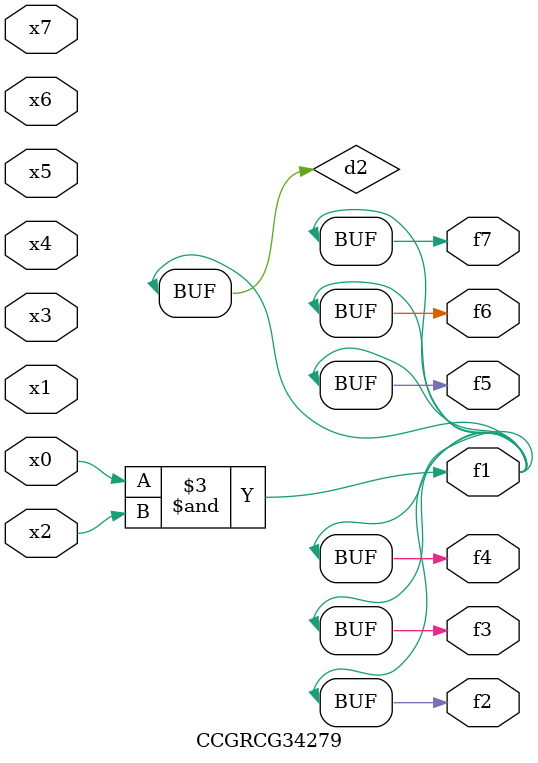
<source format=v>
module CCGRCG34279(
	input x0, x1, x2, x3, x4, x5, x6, x7,
	output f1, f2, f3, f4, f5, f6, f7
);

	wire d1, d2;

	nor (d1, x3, x6);
	and (d2, x0, x2);
	assign f1 = d2;
	assign f2 = d2;
	assign f3 = d2;
	assign f4 = d2;
	assign f5 = d2;
	assign f6 = d2;
	assign f7 = d2;
endmodule

</source>
